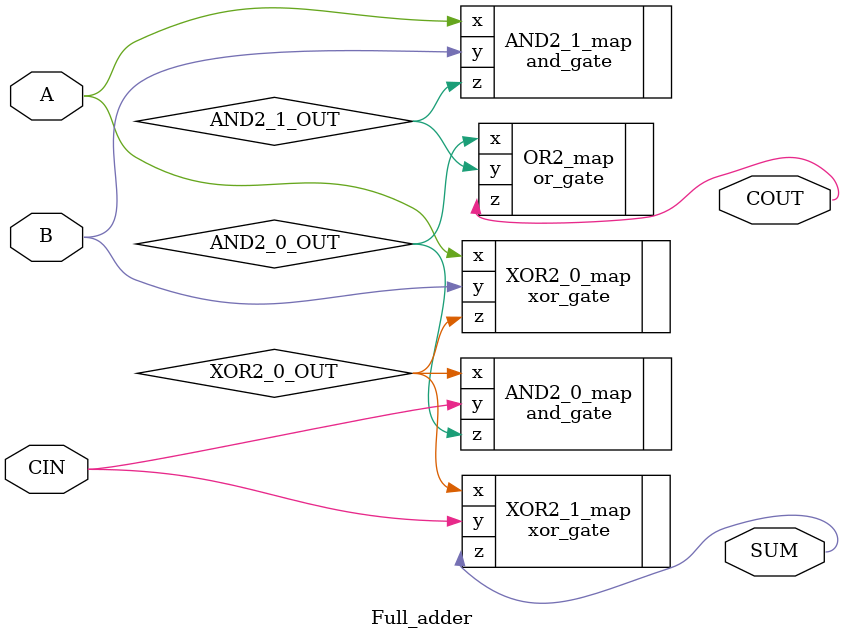
<source format=v>
module Full_adder(A, B, CIN, COUT, SUM);
    
    input A;
    input B;
    input CIN;
    output COUT;
    output SUM;
    
    wire XOR2_0_OUT;
    wire AND2_0_OUT;
    wire AND2_1_OUT;
    
 
        xor_gate XOR2_0_map(.x(A), .y(B), .z(XOR2_0_OUT));
        xor_gate XOR2_1_map(.x(XOR2_0_OUT), .y(CIN), .z(SUM));
        and_gate AND2_0_map(.x(XOR2_0_OUT), .y(CIN), .z(AND2_0_OUT));
        and_gate AND2_1_map(.x(A), .y(B), .z(AND2_1_OUT));
        or_gate OR2_map(.x(AND2_0_OUT), .y(AND2_1_OUT), .z(COUT));
    
endmodule

</source>
